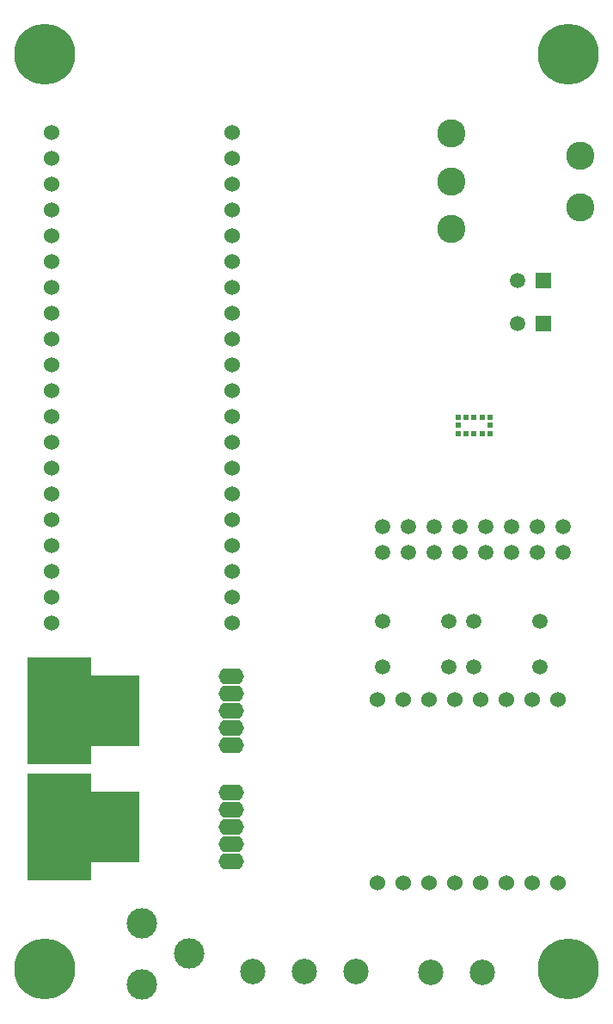
<source format=gbr>
%TF.GenerationSoftware,Altium Limited,Altium Designer,25.2.1 (25)*%
G04 Layer_Color=255*
%FSLAX43Y43*%
%MOMM*%
%TF.SameCoordinates,F457C3C9-6880-4064-B818-50B76E06CF19*%
%TF.FilePolarity,Positive*%
%TF.FileFunction,Pads,Top*%
%TF.Part,Single*%
G01*
G75*
%TA.AperFunction,SMDPad,CuDef*%
%AMCUSTOMSHAPE11*
4,1,8,0.775,-5.250,0.775,-3.500,5.500,-3.500,5.500,3.500,0.775,3.500,0.775,5.250,-5.500,5.250,-5.500,-5.250,0.775,-5.250,0.0*%
%ADD11CUSTOMSHAPE11*%

%TA.AperFunction,BGAPad,CuDef*%
%ADD12R,0.500X0.500*%
%TA.AperFunction,ComponentPad*%
%ADD14C,2.500*%
%ADD15C,5.000*%
%ADD16O,2.500X1.600*%
%ADD17C,1.500*%
%ADD18C,3.000*%
%ADD19C,1.524*%
%ADD20C,6.000*%
%ADD21R,1.500X1.500*%
%ADD22C,2.775*%
D11*
X8239Y18500D02*
D03*
Y29900D02*
D03*
D12*
X45150Y58000D02*
D03*
Y57200D02*
D03*
X45950D02*
D03*
X46750D02*
D03*
X47550D02*
D03*
X48350D02*
D03*
Y58000D02*
D03*
Y58800D02*
D03*
X47550D02*
D03*
X46750D02*
D03*
X45950D02*
D03*
X45150D02*
D03*
D14*
X47580Y4200D02*
D03*
X42500D02*
D03*
X24920Y4300D02*
D03*
X30000D02*
D03*
X35080D02*
D03*
D15*
X5438Y18500D02*
D03*
Y29900D02*
D03*
D16*
X22812Y15100D02*
D03*
Y16800D02*
D03*
Y20200D02*
D03*
Y21900D02*
D03*
Y18500D02*
D03*
Y26500D02*
D03*
Y28200D02*
D03*
Y31600D02*
D03*
Y33300D02*
D03*
Y29900D02*
D03*
D17*
X52990Y45500D02*
D03*
X55530D02*
D03*
X47910Y45500D02*
D03*
X50450D02*
D03*
X42830D02*
D03*
X45370D02*
D03*
X37750D02*
D03*
X40290D02*
D03*
X47910Y48040D02*
D03*
X45370Y48040D02*
D03*
X42830Y48040D02*
D03*
X40290D02*
D03*
X37750D02*
D03*
X50450Y48040D02*
D03*
X55530D02*
D03*
X52990D02*
D03*
X51000Y68000D02*
D03*
X53250Y34250D02*
D03*
X46750D02*
D03*
X53250Y38750D02*
D03*
X46750D02*
D03*
X37750D02*
D03*
X44250D02*
D03*
X37750Y34250D02*
D03*
X44250D02*
D03*
X51000Y72250D02*
D03*
D18*
X14000Y3000D02*
D03*
Y9000D02*
D03*
X18700Y6000D02*
D03*
D19*
X37220Y30980D02*
D03*
X39760D02*
D03*
X42300D02*
D03*
X44840D02*
D03*
X47380D02*
D03*
X49920D02*
D03*
X52460D02*
D03*
X55000D02*
D03*
X37220Y13000D02*
D03*
X39760D02*
D03*
X42300D02*
D03*
X44840D02*
D03*
X47380D02*
D03*
X49920D02*
D03*
X52460D02*
D03*
X55000D02*
D03*
X22890Y38590D02*
D03*
Y41130D02*
D03*
Y43670D02*
D03*
Y46210D02*
D03*
Y48750D02*
D03*
Y51290D02*
D03*
Y53830D02*
D03*
Y56370D02*
D03*
Y58910D02*
D03*
Y61450D02*
D03*
Y63990D02*
D03*
Y66530D02*
D03*
Y69070D02*
D03*
Y71610D02*
D03*
Y74150D02*
D03*
Y76690D02*
D03*
Y79230D02*
D03*
Y81770D02*
D03*
Y84310D02*
D03*
Y86850D02*
D03*
X5110D02*
D03*
Y84310D02*
D03*
Y81770D02*
D03*
Y79230D02*
D03*
Y76690D02*
D03*
Y74150D02*
D03*
Y71610D02*
D03*
Y69070D02*
D03*
Y66530D02*
D03*
Y63990D02*
D03*
Y61450D02*
D03*
Y58910D02*
D03*
Y56370D02*
D03*
Y53830D02*
D03*
Y51290D02*
D03*
Y48750D02*
D03*
Y46210D02*
D03*
Y43670D02*
D03*
Y41130D02*
D03*
Y38590D02*
D03*
D20*
X4500Y94500D02*
D03*
X56000D02*
D03*
X4500Y4500D02*
D03*
X56000D02*
D03*
D21*
X53540Y68000D02*
D03*
Y72250D02*
D03*
D22*
X57200Y79460D02*
D03*
Y84540D02*
D03*
X44500Y77300D02*
D03*
Y82000D02*
D03*
Y86700D02*
D03*
%TF.MD5,dbd3bacecca20e8da78b3d3decb8e9a4*%
M02*

</source>
